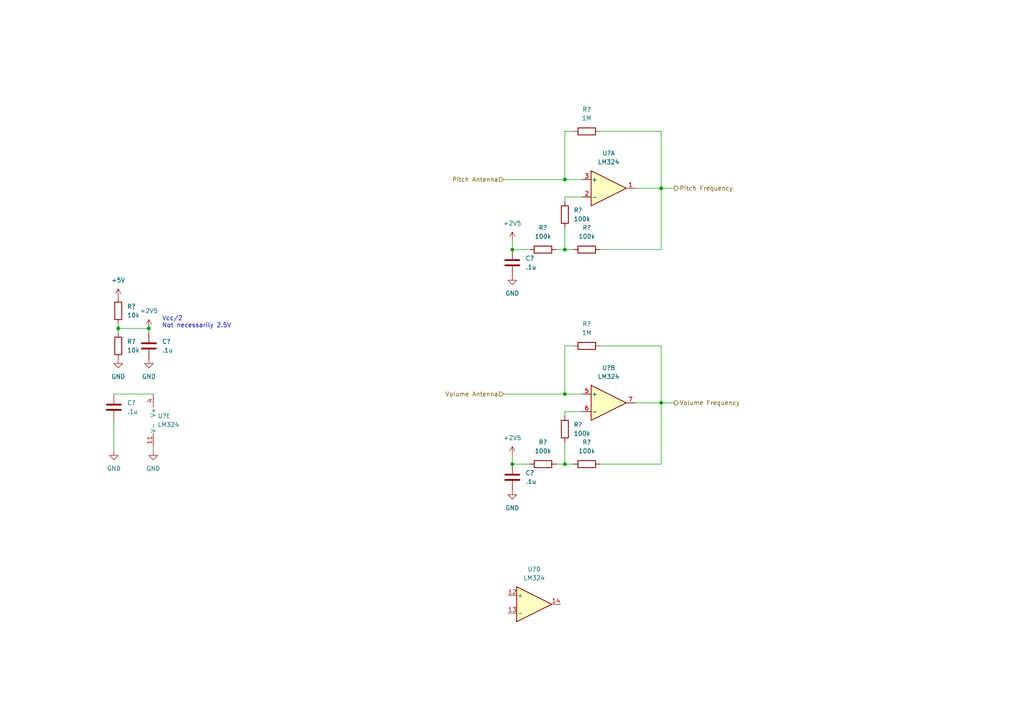
<source format=kicad_sch>
(kicad_sch (version 20211123) (generator eeschema)
  (paper "A4")
  (lib_symbols
    (symbol "Amplifier_Operational:LM324" (pin_names (offset 0.127))
      (property "Reference" "U" (at 0 5.08 0))
      (property "Value" "LM324" (at 0 -5.08 0))
      (symbol "LM324_1_1"
        (polyline (pts (xy -5.08 5.08) (xy 5.08 0) (xy -5.08 -5.08) (xy -5.08 5.08)) (stroke (width 0.254)) (fill (type background)))
        (pin output line (at 7.62 0 180) (length 2.54) (name "~") (number "1"))
        (pin input line (at -7.62 -2.54 0) (length 2.54) (name "-") (number "2"))
        (pin input line (at -7.62 2.54 0) (length 2.54) (name "+") (number "3"))
      )
      (symbol "LM324_2_1"
        (polyline (pts (xy -5.08 5.08) (xy 5.08 0) (xy -5.08 -5.08) (xy -5.08 5.08)) (stroke (width 0.254)) (fill (type background)))
        (pin input line (at -7.62 2.54 0) (length 2.54) (name "+") (number "5"))
        (pin input line (at -7.62 -2.54 0) (length 2.54) (name "-") (number "6"))
        (pin output line (at 7.62 0 180) (length 2.54) (name "~") (number "7"))
      )
      (symbol "LM324_3_1"
        (polyline (pts (xy -5.08 5.08) (xy 5.08 0) (xy -5.08 -5.08) (xy -5.08 5.08)) (stroke (width 0.254)) (fill (type background)))
        (pin input line (at -7.62 2.54 0) (length 2.54) (name "+") (number "10"))
        (pin output line (at 7.62 0 180) (length 2.54) (name "~") (number "8"))
        (pin input line (at -7.62 -2.54 0) (length 2.54) (name "-") (number "9"))
      )
      (symbol "LM324_4_1"
        (polyline (pts (xy -5.08 5.08) (xy 5.08 0) (xy -5.08 -5.08) (xy -5.08 5.08)) (stroke (width 0.254)) (fill (type background)))
        (pin input line (at -7.62 2.54 0) (length 2.54) (name "+") (number "12"))
        (pin input line (at -7.62 -2.54 0) (length 2.54) (name "-") (number "13"))
        (pin output line (at 7.62 0 180) (length 2.54) (name "~") (number "14"))
      )
      (symbol "LM324_5_1"
        (pin power_in line (at -2.54 -7.62 90) (length 3.81) (name "V-") (number "11"))
        (pin power_in line (at -2.54 7.62 270) (length 3.81) (name "V+") (number "4"))
      )
    )
    (symbol "Device:C" (pin_numbers hide) (pin_names (offset 0.254))
      (property "Reference" "C" (at 0.635 2.54 0))
      (property "Value" "C" (at 0.635 -2.54 0))
      (symbol "C_0_1"
        (polyline (pts (xy -2.032 -0.762) (xy 2.032 -0.762)) (stroke (width 0.508)))
        (polyline (pts (xy -2.032 0.762) (xy 2.032 0.762)) (stroke (width 0.508)))
      )
      (symbol "C_1_1"
        (pin passive line (at 0 3.81 270) (length 2.794) (name "~") (number "1"))
        (pin passive line (at 0 -3.81 90) (length 2.794) (name "~") (number "2"))
      )
    )
    (symbol "Device:R" (pin_numbers hide) (pin_names (offset 0))
      (property "Reference" "R" (at 2.032 0 90))
      (property "Value" "R" (at 0 0 90))
      (symbol "R_0_1"
        (rectangle (start -1.016 -2.54) (end 1.016 2.54) (stroke (width 0.254)))
      )
      (symbol "R_1_1"
        (pin passive line (at 0 3.81 270) (length 1.27) (name "~") (number "1"))
        (pin passive line (at 0 -3.81 90) (length 1.27) (name "~") (number "2"))
      )
    )
    (symbol "power:+2V5" (power) (pin_names (offset 0))
      (property "Value" "+2V5" (at 0 3.556 0))
      (symbol "+2V5_0_1"
        (polyline (pts (xy -0.762 1.27) (xy 0 2.54)))
        (polyline (pts (xy 0 0) (xy 0 2.54)))
        (polyline (pts (xy 0 2.54) (xy 0.762 1.27)))
      )
      (symbol "+2V5_1_1"
        (pin power_in line (at 0 0 90) (length 0) hide (name "+2V5") (number "1"))
      )
    )
    (symbol "power:+5V" (power) (pin_names (offset 0))
      (property "Value" "+5V" (at 0 3.556 0))
      (symbol "+5V_0_1"
        (polyline (pts (xy -0.762 1.27) (xy 0 2.54)))
        (polyline (pts (xy 0 0) (xy 0 2.54)))
        (polyline (pts (xy 0 2.54) (xy 0.762 1.27)))
      )
      (symbol "+5V_1_1"
        (pin power_in line (at 0 0 90) (length 0) hide (name "+5V") (number "1"))
      )
    )
    (symbol "power:GND" (power) (pin_names (offset 0))
      (property "Value" "GND" (at 0 -3.81 0))
      (symbol "GND_0_1"
        (polyline (pts (xy 0 0) (xy 0 -1.27) (xy 1.27 -1.27) (xy 0 -2.54) (xy -1.27 -1.27) (xy 0 -1.27)))
      )
      (symbol "GND_1_1"
        (pin power_in line (at 0 0 270) (length 0) hide (name "GND") (number "1"))
      )
    )
  )
  (junction (at 163.83 114.3))
  (junction (at 163.83 72.39))
  (junction (at 163.83 134.62))
  (junction (at 191.77 54.61))
  (junction (at 34.29 95.25))
  (junction (at 148.59 134.62))
  (junction (at 163.83 52.07))
  (junction (at 148.59 72.39))
  (junction (at 191.77 116.84))
  (junction (at 43.18 95.25))
  (wire (pts (xy 166.37 38.1) (xy 163.83 38.1)))
  (wire (pts (xy 191.77 100.33) (xy 191.77 116.84)))
  (wire (pts (xy 166.37 72.39) (xy 163.83 72.39)))
  (wire (pts (xy 173.99 38.1) (xy 191.77 38.1)))
  (wire (pts (xy 173.99 100.33) (xy 191.77 100.33)))
  (wire (pts (xy 148.59 72.39) (xy 153.67 72.39)))
  (wire (pts (xy 34.29 95.25) (xy 34.29 96.52)))
  (wire (pts (xy 161.29 134.62) (xy 163.83 134.62)))
  (wire (pts (xy 173.99 72.39) (xy 191.77 72.39)))
  (wire (pts (xy 148.59 69.85) (xy 148.59 72.39)))
  (wire (pts (xy 191.77 72.39) (xy 191.77 54.61)))
  (wire (pts (xy 148.59 134.62) (xy 153.67 134.62)))
  (wire (pts (xy 163.83 120.65) (xy 163.83 119.38)))
  (wire (pts (xy 163.83 38.1) (xy 163.83 52.07)))
  (wire (pts (xy 163.83 114.3) (xy 168.91 114.3)))
  (wire (pts (xy 163.83 52.07) (xy 168.91 52.07)))
  (wire (pts (xy 146.05 52.07) (xy 163.83 52.07)))
  (wire (pts (xy 161.29 72.39) (xy 163.83 72.39)))
  (wire (pts (xy 163.83 119.38) (xy 168.91 119.38)))
  (wire (pts (xy 166.37 100.33) (xy 163.83 100.33)))
  (wire (pts (xy 163.83 100.33) (xy 163.83 114.3)))
  (wire (pts (xy 163.83 58.42) (xy 163.83 57.15)))
  (wire (pts (xy 146.05 114.3) (xy 163.83 114.3)))
  (wire (pts (xy 163.83 66.04) (xy 163.83 72.39)))
  (wire (pts (xy 43.18 96.52) (xy 43.18 95.25)))
  (wire (pts (xy 191.77 54.61) (xy 184.15 54.61)))
  (wire (pts (xy 173.99 134.62) (xy 191.77 134.62)))
  (wire (pts (xy 166.37 134.62) (xy 163.83 134.62)))
  (wire (pts (xy 34.29 95.25) (xy 43.18 95.25)))
  (wire (pts (xy 33.02 130.81) (xy 33.02 121.92)))
  (wire (pts (xy 191.77 116.84) (xy 195.58 116.84)))
  (wire (pts (xy 163.83 128.27) (xy 163.83 134.62)))
  (wire (pts (xy 191.77 38.1) (xy 191.77 54.61)))
  (wire (pts (xy 163.83 57.15) (xy 168.91 57.15)))
  (wire (pts (xy 191.77 54.61) (xy 195.58 54.61)))
  (wire (pts (xy 33.02 114.3) (xy 44.45 114.3)))
  (wire (pts (xy 44.45 129.54) (xy 44.45 130.81)))
  (wire (pts (xy 191.77 134.62) (xy 191.77 116.84)))
  (wire (pts (xy 191.77 116.84) (xy 184.15 116.84)))
  (wire (pts (xy 148.59 132.08) (xy 148.59 134.62)))
  (wire (pts (xy 34.29 93.98) (xy 34.29 95.25)))
  (text "Vcc/2\nNot necessarily 2.5V" (at 46.99 95.25 0) (effects (font (size 1.27 1.27)) (justify left bottom)))
  (hierarchical_label "Pitch Frequency" (shape output) (at 195.58 54.61 0))
  (hierarchical_label "Volume Antenna" (shape input) (at 146.05 114.3 180))
  (hierarchical_label "Pitch Antenna" (shape input) (at 146.05 52.07 180))
  (hierarchical_label "Volume Frequency" (shape output) (at 195.58 116.84 0))
  (symbol (lib_id "Device:R") (at 34.29 100.33 0) (unit 1)
    (property "Reference" "R?" (at 36.83 99.0599 0) (effects (justify left)))
    (property "Value" "10k" (at 36.83 101.5999 0) (effects (justify left)))
  )
  (symbol (lib_id "power:GND") (at 148.59 80.01 0) (unit 1)
    (property "Reference" "#PWR?" (effects hide))
    (property "Value" "GND" (at 148.59 85.09 0))
  )
  (symbol (lib_id "Device:R") (at 170.18 38.1 90) (unit 1)
    (property "Reference" "R?" (at 170.18 31.75 90))
    (property "Value" "1M" (at 170.18 34.29 90))
  )
  (symbol (lib_id "power:+2V5") (at 43.18 95.25 0) (unit 1)
    (property "Reference" "#PWR?" (effects hide))
    (property "Value" "+2V5" (at 43.18 90.17 0))
  )
  (symbol (lib_id "Device:C") (at 148.59 138.43 0) (unit 1)
    (property "Reference" "C?" (at 152.4 137.1599 0) (effects (justify left)))
    (property "Value" ".1u" (at 152.4 139.6999 0) (effects (justify left)))
  )
  (symbol (lib_id "Device:R") (at 170.18 134.62 90) (unit 1)
    (property "Reference" "R?" (at 170.18 128.27 90))
    (property "Value" "100k" (at 170.18 130.81 90))
  )
  (symbol (lib_id "Device:R") (at 163.83 124.46 180) (unit 1)
    (property "Reference" "R?" (at 166.37 123.1899 0) (effects (justify right)))
    (property "Value" "100k" (at 166.37 125.7299 0) (effects (justify right)))
  )
  (symbol (lib_id "Amplifier_Operational:LM324") (at 154.94 175.26 0) (unit 4)
    (property "Reference" "U?" (at 154.94 165.1 0))
    (property "Value" "LM324" (at 154.94 167.64 0))
    (property "Datasheet" "http://www.ti.com/lit/ds/symlink/lm2902-n.pdf" (effects hide))
  )
  (symbol (lib_id "Device:R") (at 157.48 134.62 90) (unit 1)
    (property "Reference" "R?" (at 157.48 128.27 90))
    (property "Value" "100k" (at 157.48 130.81 90))
  )
  (symbol (lib_id "Device:C") (at 33.02 118.11 0) (unit 1)
    (property "Reference" "C?" (at 36.83 116.8399 0) (effects (justify left)))
    (property "Value" ".1u" (at 36.83 119.3799 0) (effects (justify left)))
  )
  (symbol (lib_id "Amplifier_Operational:LM324") (at 176.53 116.84 0) (unit 2)
    (property "Reference" "U?" (at 176.53 106.68 0))
    (property "Value" "LM324" (at 176.53 109.22 0))
    (property "Datasheet" "http://www.ti.com/lit/ds/symlink/lm2902-n.pdf" (effects hide))
  )
  (symbol (lib_id "power:GND") (at 34.29 104.14 0) (unit 1)
    (property "Reference" "#PWR?" (effects hide))
    (property "Value" "GND" (at 34.29 109.22 0))
  )
  (symbol (lib_id "Device:R") (at 163.83 62.23 180) (unit 1)
    (property "Reference" "R?" (at 166.37 60.9599 0) (effects (justify right)))
    (property "Value" "100k" (at 166.37 63.4999 0) (effects (justify right)))
  )
  (symbol (lib_id "power:GND") (at 43.18 104.14 0) (unit 1)
    (property "Reference" "#PWR?" (effects hide))
    (property "Value" "GND" (at 43.18 109.22 0))
  )
  (symbol (lib_id "Amplifier_Operational:LM324") (at 46.99 121.92 0) (unit 5)
    (property "Reference" "U?" (at 45.72 120.6499 0) (effects (justify left)))
    (property "Value" "LM324" (at 45.72 123.1899 0) (effects (justify left)))
    (property "Datasheet" "http://www.ti.com/lit/ds/symlink/lm2902-n.pdf" (effects hide))
  )
  (symbol (lib_id "Device:R") (at 170.18 72.39 90) (unit 1)
    (property "Reference" "R?" (at 170.18 66.04 90))
    (property "Value" "100k" (at 170.18 68.58 90))
  )
  (symbol (lib_id "power:GND") (at 148.59 142.24 0) (unit 1)
    (property "Reference" "#PWR?" (effects hide))
    (property "Value" "GND" (at 148.59 147.32 0))
  )
  (symbol (lib_id "power:GND") (at 33.02 130.81 0) (unit 1)
    (property "Reference" "#PWR?" (effects hide))
    (property "Value" "GND" (at 33.02 135.89 0))
  )
  (symbol (lib_id "Device:C") (at 43.18 100.33 0) (unit 1)
    (property "Reference" "C?" (at 46.99 99.0599 0) (effects (justify left)))
    (property "Value" ".1u" (at 46.99 101.5999 0) (effects (justify left)))
  )
  (symbol (lib_id "Device:C") (at 148.59 76.2 0) (unit 1)
    (property "Reference" "C?" (at 152.4 74.9299 0) (effects (justify left)))
    (property "Value" ".1u" (at 152.4 77.4699 0) (effects (justify left)))
  )
  (symbol (lib_id "power:GND") (at 44.45 130.81 0) (unit 1)
    (property "Reference" "#PWR?" (effects hide))
    (property "Value" "GND" (at 44.45 135.89 0))
  )
  (symbol (lib_id "power:+5V") (at 34.29 86.36 0) (unit 1)
    (property "Reference" "#PWR?" (effects hide))
    (property "Value" "+5V" (at 34.29 81.28 0))
  )
  (symbol (lib_id "Device:R") (at 157.48 72.39 90) (unit 1)
    (property "Reference" "R?" (at 157.48 66.04 90))
    (property "Value" "100k" (at 157.48 68.58 90))
  )
  (symbol (lib_id "power:+2V5") (at 148.59 132.08 0) (unit 1)
    (property "Reference" "#PWR?" (effects hide))
    (property "Value" "+2V5" (at 148.59 127 0))
  )
  (symbol (lib_id "Device:R") (at 170.18 100.33 90) (unit 1)
    (property "Reference" "R?" (at 170.18 93.98 90))
    (property "Value" "1M" (at 170.18 96.52 90))
  )
  (symbol (lib_id "power:+2V5") (at 148.59 69.85 0) (unit 1)
    (property "Reference" "#PWR?" (effects hide))
    (property "Value" "+2V5" (at 148.59 64.77 0))
  )
  (symbol (lib_id "Amplifier_Operational:LM324") (at 176.53 54.61 0) (unit 1)
    (property "Reference" "U?" (at 176.53 44.45 0))
    (property "Value" "LM324" (at 176.53 46.99 0))
    (property "Datasheet" "http://www.ti.com/lit/ds/symlink/lm2902-n.pdf" (effects hide))
  )
  (symbol (lib_id "Device:R") (at 34.29 90.17 0) (unit 1)
    (property "Reference" "R?" (at 36.83 88.8999 0) (effects (justify left)))
    (property "Value" "10k" (at 36.83 91.4399 0) (effects (justify left)))
  )
)
</source>
